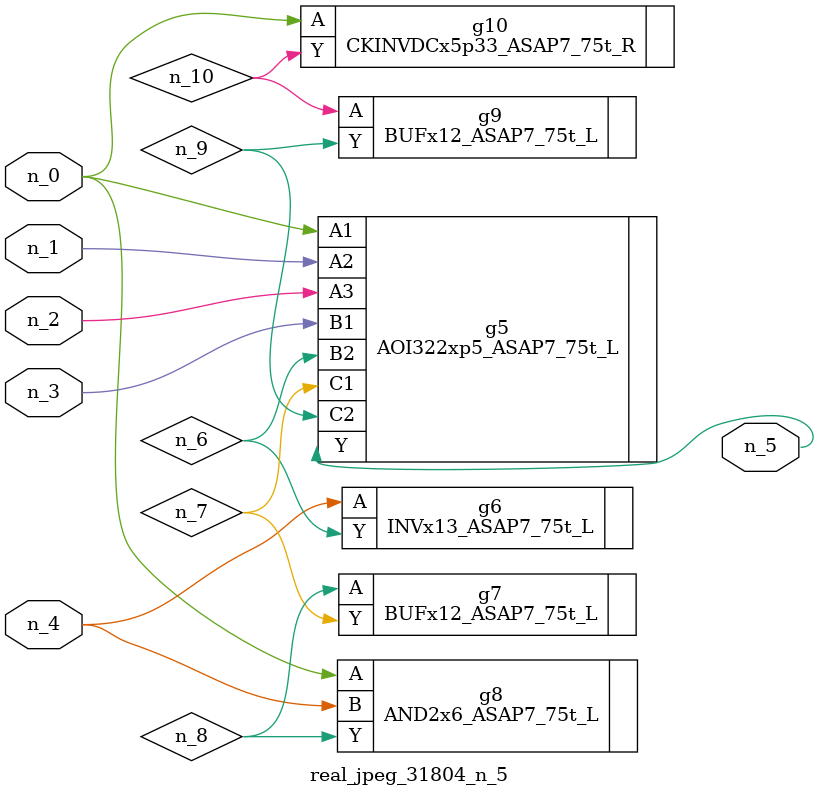
<source format=v>
module real_jpeg_31804_n_5 (n_4, n_0, n_1, n_2, n_3, n_5);

input n_4;
input n_0;
input n_1;
input n_2;
input n_3;

output n_5;

wire n_8;
wire n_6;
wire n_7;
wire n_10;
wire n_9;

AOI322xp5_ASAP7_75t_L g5 ( 
.A1(n_0),
.A2(n_1),
.A3(n_2),
.B1(n_3),
.B2(n_6),
.C1(n_7),
.C2(n_9),
.Y(n_5)
);

AND2x6_ASAP7_75t_L g8 ( 
.A(n_0),
.B(n_4),
.Y(n_8)
);

CKINVDCx5p33_ASAP7_75t_R g10 ( 
.A(n_0),
.Y(n_10)
);

INVx13_ASAP7_75t_L g6 ( 
.A(n_4),
.Y(n_6)
);

BUFx12_ASAP7_75t_L g7 ( 
.A(n_8),
.Y(n_7)
);

BUFx12_ASAP7_75t_L g9 ( 
.A(n_10),
.Y(n_9)
);


endmodule
</source>
